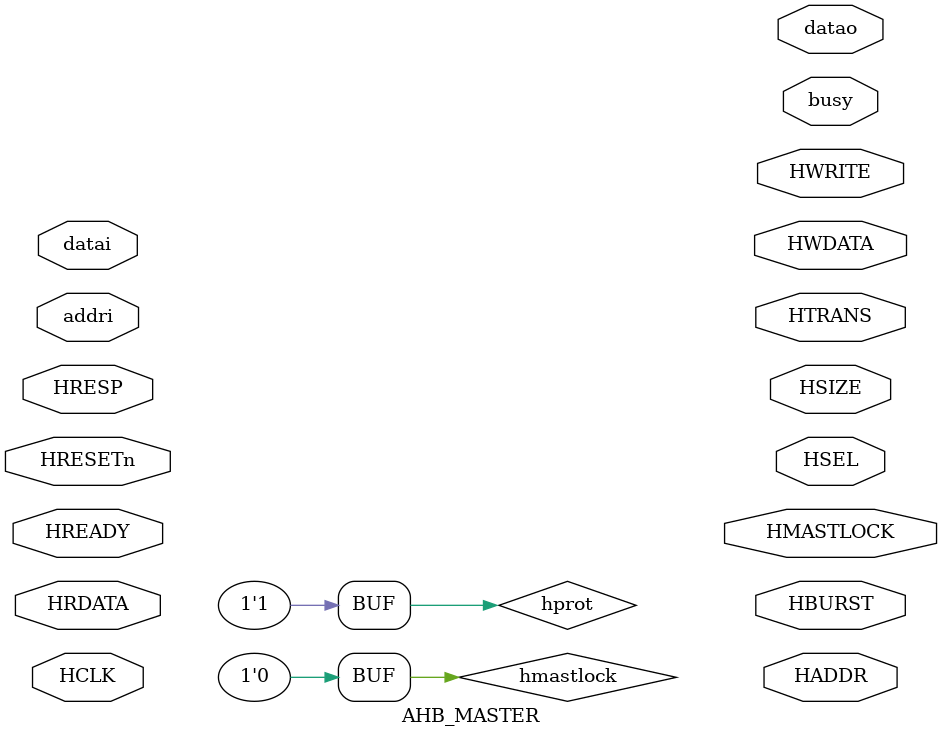
<source format=v>
module AHB_MASTER
(
    output HSEL,
    // Address and control
    output [35:0] HADDR,
    output HWRITE,
    output [1:0] HTRANS,
    output [2:0] HSIZE,
    output [2:0] HBURST,
    // Data in
    output [63:0] HWDATA,
    // Reset and clock
    input HRESETn,
    input HCLK,
    output HMASTLOCK,
    // --------------
    // Output pins //
    // --------------
    // Transfer responses
    input HREADY,
    input HRESP,
    // Data out
    input [63:0] HRDATA,

    //master side
    output [63:0]datao,
    input  [63:0]datai,
    output busy,
    input [35:0]addri,
    
    
);


parameter nseq = 2'b10;
parameter idle = 2'b00;
parameter seq  = 2'b11;


//ahb burst
parameter Single=3'b000;
parameter INCR  =3'b001;
//主状态机
parameter stb  = 4'b0000;
parameter wr0  = 4'b0010;
parameter wr1  = 4'b0011;
parameter rd0  = 4'b0100;
parameter rd1  = 4'b0101;
parameter rd_b0= 4'b1001;		//read burst 批量读入，阶段0，使用一个nseq开启seq传输
parameter rd_b1= 4'b1010;		//read burst 阶段1，使用seq连续传输，直到最后一个地址
parameter rd_b2= 4'b1011;		//read burst 阶段2，末尾最后一个数据传输

parameter acc_fault=4'b11111;	//访问失败

reg [3:0]statu;					//状态机

reg [7:0]addr_counter;				//偏移地址计数器
reg [63:0]haddr_temp;
wire [7:0]last_addr;				//cache地址寄存器，在写入模式下需要利用该寄存器延迟一拍


//主状态机萝莉
always@(posedge clk)begin
	if(rst)begin
		statu <= stb;
	end
	else begin
		case(statu)
			//当请求占用总线时，bus unit等待
			stb:				if(!bus_ack)begin
									statu	<=	statu;
								end
								else if(read_line_req)begin
									statu	<=	rd_b0;
								end
								else if(read_req)begin
									statu	<=	rd0;
								end
								else if(write_through_req)begin
									statu	<=	wr0;
								end
				
			//连续读read burst
			rd_b0:	statu <= rd_b1;
			//单次写，打出TRANS和HBURST
			wr0:	statu <= wr1;
			//单次读
			rd0:	statu <= rd1;

			//当传输到最后一个数据时候，停止传输，并等待传输完成
			rd_b1:	statu <= hresp?acc_fault:((addr_counter==8'b111111111)&hready)?rd_b2:statu;		//特别注意，同步内存写入不需要延迟一个clk，但是读出需要延迟一个clk
			wr1:	statu <= hresp?acc_fault:hready?stb:statu;
			rd1:	statu <= hresp?acc_fault:hready?stb:statu;
	
	//状态机第三层
			rd_b2:	statu <= hresp?acc_fault:hready?stb:statu;
	
	//状态机第四层
		acc_fault:	statu <= stb;
			default: statu<= stb;
		endcase
	end	
end

//addr_counter
//addr_counter在计到顶之后停止计数,并等待状态回到stb进行清零
always@(posedge clk)begin
	if(rst|(statu==stb))begin
		addr_counter <= 8'b0;
	end
	
	else if(addr_counter==8'b111111111)begin
		addr_counter <= addr_counter;
	end
	else if((statu==rd_b0)|(statu==rd_b1))begin
		addr_counter <= hready?(addr_counter + 8'b1):addr_counter;
	end
end	
assign last_addr 	= addr_counter - 8'b1;
//从cache写入到内存里的时候，因为同步储存器读取需要一个clk的延迟，故在sync且准备好时候始终保持cache_counter和addr_counter一致
//由于AHB总线总是在第二个周期给出应答信号，此时addr counter已经自动+1，故切换到上一个地址
//
assign line_write = ((statu==rd_b1)|(statu==rd_b2))?hready:1'b0;
assign addr_count	= (statu==rd_b2) ? {addr_counter,3'b0} : {last_addr,3'b0};

//AHB总线
//AHB输出寄存器
always@(posedge clk)begin
	if(rst)begin
		hwdata		<=	64'b0;
		haddr_temp	<=	64'b0;
	end
	else if(statu==stb)begin
		hwdata		<=	wt_data;
		haddr_temp	<=	pa;
	end
end

assign haddr	=	read_line_req ? {haddr_temp[63:11],addr_counter,3'b0} : haddr_temp;
assign hwrite	= (statu==wr0);

assign hsize[0]	= size[1] | size[3];
assign hsize[1]	= size[2] | size[3];
assign hsize[2] = 1'b0;

assign hburst= ((statu==wr0)|(statu==rd0))?Single:((statu==rd_b0)|(statu==rd_b1))?INCR:Single;
assign hprot = 4'b0011;
assign htrans= ((statu==wr0)|(statu==rd0)|(statu==rd_b0))?nseq:((statu==rd_b1))?seq:idle;	//Burst传输第一个是NSEQ
assign hmastlock= 1'b0;

endmodule
</source>
